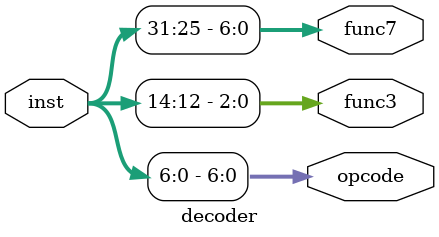
<source format=v>
module decoder(
	input [31:0] inst,
	output [6:0] opcode,
	output [2:0] func3,
	output [6:0] func7
	);
	
	assign opcode = inst[6:0];
	assign func3 = inst[14:12];
	assign func7 = inst[31:25];
	
endmodule
</source>
